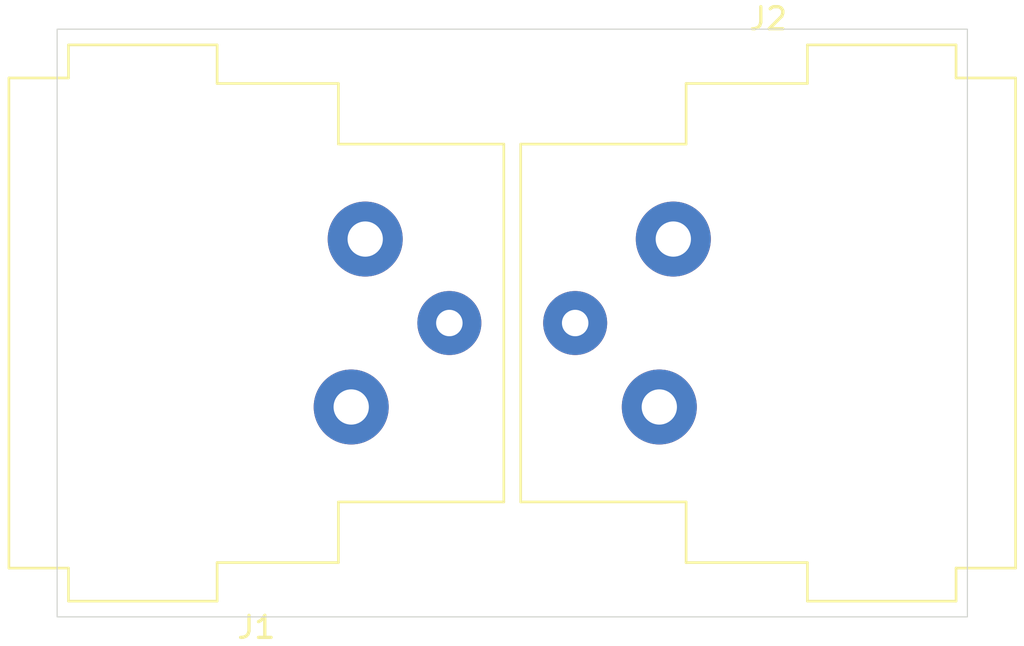
<source format=kicad_pcb>
(kicad_pcb (version 20240108) (generator "pcbnew") (generator_version "8.0")
  (layers (0 "F.Cu" signal) (31 "B.Cu" signal) (34 "B.Paste" user) (35 "F.Paste" user) (36 "B.SilkS" user "B.Silkscreen") (37 "F.SilkS" user "F.Silkscreen") (38 "B.Mask" user) (39 "F.Mask" user) (44 "Edge.Cuts" user))
  (net 0 "")
  (net 1 "Net-(J1-Pad3)")
  (net 2 "Net-(J1-Pad2)")
  (net 3 "Net-(J1-Pad1)")
  (footprint "Connector_Audio:Jack_XLR_Neutrik_NC3FAAH-0_Horizontal" (layer "F.Cu") (at 158.75 99.06)
    (property "Reference" "J2" (at 4.3 -10 0) (layer "F.SilkS"))
    (property "Value" "XLR3")
    (fp_line (start -6.92 -4.31) (end -6.92 11.93) (stroke (width 0.12)) (layer "F.SilkS"))
    (fp_line (start 0.58 -7.06) (end 0.58 -4.31) (stroke (width 0.12)) (layer "F.SilkS"))
    (fp_line (start 0.58 -4.31) (end -6.92 -4.31) (stroke (width 0.12)) (layer "F.SilkS"))
    (fp_line (start 0.58 11.93) (end -6.92 11.93) (stroke (width 0.12)) (layer "F.SilkS"))
    (fp_line (start 0.58 11.93) (end 0.58 14.68) (stroke (width 0.12)) (layer "F.SilkS"))
    (fp_line (start 6.08 -7.06) (end 0.58 -7.06) (stroke (width 0.12)) (layer "F.SilkS"))
    (fp_line (start 6.08 -7.06) (end 6.08 -8.81) (stroke (width 0.12)) (layer "F.SilkS"))
    (fp_line (start 6.08 14.68) (end 0.58 14.68) (stroke (width 0.12)) (layer "F.SilkS"))
    (fp_line (start 6.08 16.43) (end 6.08 14.68) (stroke (width 0.12)) (layer "F.SilkS"))
    (fp_line (start 12.82 -8.81) (end 6.08 -8.81) (stroke (width 0.12)) (layer "F.SilkS"))
    (fp_line (start 12.82 -8.81) (end 12.82 -7.31) (stroke (width 0.12)) (layer "F.SilkS"))
    (fp_line (start 12.82 -7.31) (end 15.52 -7.31) (stroke (width 0.12)) (layer "F.SilkS"))
    (fp_line (start 12.82 14.93) (end 12.82 16.43) (stroke (width 0.12)) (layer "F.SilkS"))
    (fp_line (start 12.82 14.93) (end 15.52 14.93) (stroke (width 0.12)) (layer "F.SilkS"))
    (fp_line (start 12.82 16.43) (end 6.08 16.43) (stroke (width 0.12)) (layer "F.SilkS"))
    (fp_line (start 15.52 -7.31) (end 15.52 14.93) (stroke (width 0.12)) (layer "F.SilkS"))
    (pad "" np_thru_hole circle (at 3.81 7.62) (size 1.6 1.6) (drill 1.6) (layers "*.Cu" "*.Mask"))
    (pad "" np_thru_hole circle (at 8.89 0) (size 1.6 1.6) (drill 1.6) (layers "*.Cu" "*.Mask"))
    (pad "1" thru_hole circle (at 0 0) (size 3.4 3.4) (drill 1.6) (layers "*.Cu" "*.Mask") (net 3 "Net-(J1-Pad1)"))
    (pad "2" thru_hole circle (at -0.635 7.62) (size 3.4 3.4) (drill 1.6) (layers "*.Cu" "*.Mask") (net 2 "Net-(J1-Pad2)"))
    (pad "3" thru_hole circle (at -4.45 3.81) (size 2.9 2.9) (drill 1.2) (layers "*.Cu" "*.Mask") (net 1 "Net-(J1-Pad3)"))
  )
  (footprint "Connector_Audio:Jack_XLR_Neutrik_NC3FAAH-0_Horizontal" (layer "F.Cu") (at 144.145 106.68 180)
    (property "Reference" "J1" (at 4.3 -10 180) (layer "F.SilkS"))
    (property "Value" "XLR3")
    (fp_line (start 15.52 -7.31) (end 15.52 14.93) (stroke (width 0.12)) (layer "F.SilkS"))
    (fp_line (start 12.82 16.43) (end 6.08 16.43) (stroke (width 0.12)) (layer "F.SilkS"))
    (fp_line (start 12.82 14.93) (end 15.52 14.93) (stroke (width 0.12)) (layer "F.SilkS"))
    (fp_line (start 12.82 14.93) (end 12.82 16.43) (stroke (width 0.12)) (layer "F.SilkS"))
    (fp_line (start 12.82 -7.31) (end 15.52 -7.31) (stroke (width 0.12)) (layer "F.SilkS"))
    (fp_line (start 12.82 -8.81) (end 12.82 -7.31) (stroke (width 0.12)) (layer "F.SilkS"))
    (fp_line (start 12.82 -8.81) (end 6.08 -8.81) (stroke (width 0.12)) (layer "F.SilkS"))
    (fp_line (start 6.08 16.43) (end 6.08 14.68) (stroke (width 0.12)) (layer "F.SilkS"))
    (fp_line (start 6.08 14.68) (end 0.58 14.68) (stroke (width 0.12)) (layer "F.SilkS"))
    (fp_line (start 6.08 -7.06) (end 6.08 -8.81) (stroke (width 0.12)) (layer "F.SilkS"))
    (fp_line (start 6.08 -7.06) (end 0.58 -7.06) (stroke (width 0.12)) (layer "F.SilkS"))
    (fp_line (start 0.58 11.93) (end 0.58 14.68) (stroke (width 0.12)) (layer "F.SilkS"))
    (fp_line (start 0.58 11.93) (end -6.92 11.93) (stroke (width 0.12)) (layer "F.SilkS"))
    (fp_line (start 0.58 -4.31) (end -6.92 -4.31) (stroke (width 0.12)) (layer "F.SilkS"))
    (fp_line (start 0.58 -7.06) (end 0.58 -4.31) (stroke (width 0.12)) (layer "F.SilkS"))
    (fp_line (start -6.92 -4.31) (end -6.92 11.93) (stroke (width 0.12)) (layer "F.SilkS"))
    (pad "" np_thru_hole circle (at 3.81 7.62 180) (size 1.6 1.6) (drill 1.6) (layers "*.Cu" "*.Mask"))
    (pad "" np_thru_hole circle (at 8.89 0 180) (size 1.6 1.6) (drill 1.6) (layers "*.Cu" "*.Mask"))
    (pad "1" thru_hole circle (at 0 0 180) (size 3.4 3.4) (drill 1.6) (layers "*.Cu" "*.Mask") (net 3 "Net-(J1-Pad1)"))
    (pad "2" thru_hole circle (at -0.635 7.62 180) (size 3.4 3.4) (drill 1.6) (layers "*.Cu" "*.Mask") (net 2 "Net-(J1-Pad2)"))
    (pad "3" thru_hole circle (at -4.45 3.81 180) (size 2.9 2.9) (drill 1.2) (layers "*.Cu" "*.Mask") (net 1 "Net-(J1-Pad3)"))
  )
  (gr_rect (start 130.81 89.535) (end 172.085 116.205) (stroke (width 0.05)) (fill none) (layer "Edge.Cuts"))
)
</source>
